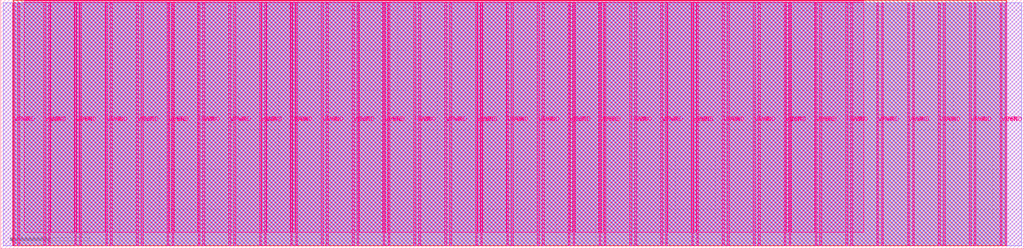
<source format=lef>
VERSION 5.7 ;
  NOWIREEXTENSIONATPIN ON ;
  DIVIDERCHAR "/" ;
  BUSBITCHARS "[]" ;
MACRO tt_um_urish_sic1
  CLASS BLOCK ;
  FOREIGN tt_um_urish_sic1 ;
  ORIGIN 0.000 0.000 ;
  SIZE 1289.280 BY 313.740 ;
  PIN VGND
    DIRECTION INOUT ;
    USE GROUND ;
    PORT
      LAYER Metal5 ;
        RECT 21.580 3.560 23.780 310.180 ;
    END
    PORT
      LAYER Metal5 ;
        RECT 60.450 3.560 62.650 310.180 ;
    END
    PORT
      LAYER Metal5 ;
        RECT 99.320 3.560 101.520 310.180 ;
    END
    PORT
      LAYER Metal5 ;
        RECT 138.190 3.560 140.390 310.180 ;
    END
    PORT
      LAYER Metal5 ;
        RECT 177.060 3.560 179.260 310.180 ;
    END
    PORT
      LAYER Metal5 ;
        RECT 215.930 3.560 218.130 310.180 ;
    END
    PORT
      LAYER Metal5 ;
        RECT 254.800 3.560 257.000 310.180 ;
    END
    PORT
      LAYER Metal5 ;
        RECT 293.670 3.560 295.870 310.180 ;
    END
    PORT
      LAYER Metal5 ;
        RECT 332.540 3.560 334.740 310.180 ;
    END
    PORT
      LAYER Metal5 ;
        RECT 371.410 3.560 373.610 310.180 ;
    END
    PORT
      LAYER Metal5 ;
        RECT 410.280 3.560 412.480 310.180 ;
    END
    PORT
      LAYER Metal5 ;
        RECT 449.150 3.560 451.350 310.180 ;
    END
    PORT
      LAYER Metal5 ;
        RECT 488.020 3.560 490.220 310.180 ;
    END
    PORT
      LAYER Metal5 ;
        RECT 526.890 3.560 529.090 310.180 ;
    END
    PORT
      LAYER Metal5 ;
        RECT 565.760 3.560 567.960 310.180 ;
    END
    PORT
      LAYER Metal5 ;
        RECT 604.630 3.560 606.830 310.180 ;
    END
    PORT
      LAYER Metal5 ;
        RECT 643.500 3.560 645.700 310.180 ;
    END
    PORT
      LAYER Metal5 ;
        RECT 682.370 3.560 684.570 310.180 ;
    END
    PORT
      LAYER Metal5 ;
        RECT 721.240 3.560 723.440 310.180 ;
    END
    PORT
      LAYER Metal5 ;
        RECT 760.110 3.560 762.310 310.180 ;
    END
    PORT
      LAYER Metal5 ;
        RECT 798.980 3.560 801.180 310.180 ;
    END
    PORT
      LAYER Metal5 ;
        RECT 837.850 3.560 840.050 310.180 ;
    END
    PORT
      LAYER Metal5 ;
        RECT 876.720 3.560 878.920 310.180 ;
    END
    PORT
      LAYER Metal5 ;
        RECT 915.590 3.560 917.790 310.180 ;
    END
    PORT
      LAYER Metal5 ;
        RECT 954.460 3.560 956.660 310.180 ;
    END
    PORT
      LAYER Metal5 ;
        RECT 993.330 3.560 995.530 310.180 ;
    END
    PORT
      LAYER Metal5 ;
        RECT 1032.200 3.560 1034.400 310.180 ;
    END
    PORT
      LAYER Metal5 ;
        RECT 1071.070 3.560 1073.270 310.180 ;
    END
    PORT
      LAYER Metal5 ;
        RECT 1109.940 3.560 1112.140 310.180 ;
    END
    PORT
      LAYER Metal5 ;
        RECT 1148.810 3.560 1151.010 310.180 ;
    END
    PORT
      LAYER Metal5 ;
        RECT 1187.680 3.560 1189.880 310.180 ;
    END
    PORT
      LAYER Metal5 ;
        RECT 1226.550 3.560 1228.750 310.180 ;
    END
    PORT
      LAYER Metal5 ;
        RECT 1265.420 3.560 1267.620 310.180 ;
    END
  END VGND
  PIN VPWR
    DIRECTION INOUT ;
    USE POWER ;
    PORT
      LAYER Metal5 ;
        RECT 15.380 3.560 17.580 310.180 ;
    END
    PORT
      LAYER Metal5 ;
        RECT 54.250 3.560 56.450 310.180 ;
    END
    PORT
      LAYER Metal5 ;
        RECT 93.120 3.560 95.320 310.180 ;
    END
    PORT
      LAYER Metal5 ;
        RECT 131.990 3.560 134.190 310.180 ;
    END
    PORT
      LAYER Metal5 ;
        RECT 170.860 3.560 173.060 310.180 ;
    END
    PORT
      LAYER Metal5 ;
        RECT 209.730 3.560 211.930 310.180 ;
    END
    PORT
      LAYER Metal5 ;
        RECT 248.600 3.560 250.800 310.180 ;
    END
    PORT
      LAYER Metal5 ;
        RECT 287.470 3.560 289.670 310.180 ;
    END
    PORT
      LAYER Metal5 ;
        RECT 326.340 3.560 328.540 310.180 ;
    END
    PORT
      LAYER Metal5 ;
        RECT 365.210 3.560 367.410 310.180 ;
    END
    PORT
      LAYER Metal5 ;
        RECT 404.080 3.560 406.280 310.180 ;
    END
    PORT
      LAYER Metal5 ;
        RECT 442.950 3.560 445.150 310.180 ;
    END
    PORT
      LAYER Metal5 ;
        RECT 481.820 3.560 484.020 310.180 ;
    END
    PORT
      LAYER Metal5 ;
        RECT 520.690 3.560 522.890 310.180 ;
    END
    PORT
      LAYER Metal5 ;
        RECT 559.560 3.560 561.760 310.180 ;
    END
    PORT
      LAYER Metal5 ;
        RECT 598.430 3.560 600.630 310.180 ;
    END
    PORT
      LAYER Metal5 ;
        RECT 637.300 3.560 639.500 310.180 ;
    END
    PORT
      LAYER Metal5 ;
        RECT 676.170 3.560 678.370 310.180 ;
    END
    PORT
      LAYER Metal5 ;
        RECT 715.040 3.560 717.240 310.180 ;
    END
    PORT
      LAYER Metal5 ;
        RECT 753.910 3.560 756.110 310.180 ;
    END
    PORT
      LAYER Metal5 ;
        RECT 792.780 3.560 794.980 310.180 ;
    END
    PORT
      LAYER Metal5 ;
        RECT 831.650 3.560 833.850 310.180 ;
    END
    PORT
      LAYER Metal5 ;
        RECT 870.520 3.560 872.720 310.180 ;
    END
    PORT
      LAYER Metal5 ;
        RECT 909.390 3.560 911.590 310.180 ;
    END
    PORT
      LAYER Metal5 ;
        RECT 948.260 3.560 950.460 310.180 ;
    END
    PORT
      LAYER Metal5 ;
        RECT 987.130 3.560 989.330 310.180 ;
    END
    PORT
      LAYER Metal5 ;
        RECT 1026.000 3.560 1028.200 310.180 ;
    END
    PORT
      LAYER Metal5 ;
        RECT 1064.870 3.560 1067.070 310.180 ;
    END
    PORT
      LAYER Metal5 ;
        RECT 1103.740 3.560 1105.940 310.180 ;
    END
    PORT
      LAYER Metal5 ;
        RECT 1142.610 3.560 1144.810 310.180 ;
    END
    PORT
      LAYER Metal5 ;
        RECT 1181.480 3.560 1183.680 310.180 ;
    END
    PORT
      LAYER Metal5 ;
        RECT 1220.350 3.560 1222.550 310.180 ;
    END
    PORT
      LAYER Metal5 ;
        RECT 1259.220 3.560 1261.420 310.180 ;
    END
  END VPWR
  PIN clk
    DIRECTION INPUT ;
    USE SIGNAL ;
    ANTENNAGATEAREA 3.863600 ;
    ANTENNADIFFAREA 12.092400 ;
    PORT
      LAYER Metal5 ;
        RECT 187.050 312.740 187.350 313.740 ;
    END
  END clk
  PIN ena
    DIRECTION INPUT ;
    USE SIGNAL ;
    PORT
      LAYER Metal5 ;
        RECT 190.890 312.740 191.190 313.740 ;
    END
  END ena
  PIN rst_n
    DIRECTION INPUT ;
    USE SIGNAL ;
    ANTENNAGATEAREA 0.314600 ;
    PORT
      LAYER Metal5 ;
        RECT 183.210 312.740 183.510 313.740 ;
    END
  END rst_n
  PIN ui_in[0]
    DIRECTION INPUT ;
    USE SIGNAL ;
    ANTENNAGATEAREA 0.314600 ;
    PORT
      LAYER Metal5 ;
        RECT 179.370 312.740 179.670 313.740 ;
    END
  END ui_in[0]
  PIN ui_in[1]
    DIRECTION INPUT ;
    USE SIGNAL ;
    ANTENNAGATEAREA 0.314600 ;
    PORT
      LAYER Metal5 ;
        RECT 175.530 312.740 175.830 313.740 ;
    END
  END ui_in[1]
  PIN ui_in[2]
    DIRECTION INPUT ;
    USE SIGNAL ;
    ANTENNAGATEAREA 0.314600 ;
    PORT
      LAYER Metal5 ;
        RECT 171.690 312.740 171.990 313.740 ;
    END
  END ui_in[2]
  PIN ui_in[3]
    DIRECTION INPUT ;
    USE SIGNAL ;
    ANTENNAGATEAREA 0.314600 ;
    PORT
      LAYER Metal5 ;
        RECT 167.850 312.740 168.150 313.740 ;
    END
  END ui_in[3]
  PIN ui_in[4]
    DIRECTION INPUT ;
    USE SIGNAL ;
    ANTENNAGATEAREA 0.314600 ;
    PORT
      LAYER Metal5 ;
        RECT 164.010 312.740 164.310 313.740 ;
    END
  END ui_in[4]
  PIN ui_in[5]
    DIRECTION INPUT ;
    USE SIGNAL ;
    ANTENNAGATEAREA 0.314600 ;
    PORT
      LAYER Metal5 ;
        RECT 160.170 312.740 160.470 313.740 ;
    END
  END ui_in[5]
  PIN ui_in[6]
    DIRECTION INPUT ;
    USE SIGNAL ;
    ANTENNAGATEAREA 0.314600 ;
    PORT
      LAYER Metal5 ;
        RECT 156.330 312.740 156.630 313.740 ;
    END
  END ui_in[6]
  PIN ui_in[7]
    DIRECTION INPUT ;
    USE SIGNAL ;
    ANTENNAGATEAREA 0.314600 ;
    PORT
      LAYER Metal5 ;
        RECT 152.490 312.740 152.790 313.740 ;
    END
  END ui_in[7]
  PIN uio_in[0]
    DIRECTION INPUT ;
    USE SIGNAL ;
    ANTENNAGATEAREA 0.314600 ;
    PORT
      LAYER Metal5 ;
        RECT 148.650 312.740 148.950 313.740 ;
    END
  END uio_in[0]
  PIN uio_in[1]
    DIRECTION INPUT ;
    USE SIGNAL ;
    PORT
      LAYER Metal5 ;
        RECT 144.810 312.740 145.110 313.740 ;
    END
  END uio_in[1]
  PIN uio_in[2]
    DIRECTION INPUT ;
    USE SIGNAL ;
    ANTENNAGATEAREA 3.863600 ;
    ANTENNADIFFAREA 12.092400 ;
    PORT
      LAYER Metal5 ;
        RECT 140.970 312.740 141.270 313.740 ;
    END
  END uio_in[2]
  PIN uio_in[3]
    DIRECTION INPUT ;
    USE SIGNAL ;
    ANTENNAGATEAREA 0.314600 ;
    PORT
      LAYER Metal5 ;
        RECT 137.130 312.740 137.430 313.740 ;
    END
  END uio_in[3]
  PIN uio_in[4]
    DIRECTION INPUT ;
    USE SIGNAL ;
    PORT
      LAYER Metal5 ;
        RECT 133.290 312.740 133.590 313.740 ;
    END
  END uio_in[4]
  PIN uio_in[5]
    DIRECTION INPUT ;
    USE SIGNAL ;
    PORT
      LAYER Metal5 ;
        RECT 129.450 312.740 129.750 313.740 ;
    END
  END uio_in[5]
  PIN uio_in[6]
    DIRECTION INPUT ;
    USE SIGNAL ;
    PORT
      LAYER Metal5 ;
        RECT 125.610 312.740 125.910 313.740 ;
    END
  END uio_in[6]
  PIN uio_in[7]
    DIRECTION INPUT ;
    USE SIGNAL ;
    PORT
      LAYER Metal5 ;
        RECT 121.770 312.740 122.070 313.740 ;
    END
  END uio_in[7]
  PIN uio_oe[0]
    DIRECTION OUTPUT ;
    USE SIGNAL ;
    ANTENNADIFFAREA 0.299200 ;
    PORT
      LAYER Metal5 ;
        RECT 56.490 312.740 56.790 313.740 ;
    END
  END uio_oe[0]
  PIN uio_oe[1]
    DIRECTION OUTPUT ;
    USE SIGNAL ;
    ANTENNADIFFAREA 0.392700 ;
    PORT
      LAYER Metal5 ;
        RECT 52.650 312.740 52.950 313.740 ;
    END
  END uio_oe[1]
  PIN uio_oe[2]
    DIRECTION OUTPUT ;
    USE SIGNAL ;
    ANTENNADIFFAREA 0.299200 ;
    PORT
      LAYER Metal5 ;
        RECT 48.810 312.740 49.110 313.740 ;
    END
  END uio_oe[2]
  PIN uio_oe[3]
    DIRECTION OUTPUT ;
    USE SIGNAL ;
    ANTENNADIFFAREA 0.299200 ;
    PORT
      LAYER Metal5 ;
        RECT 44.970 312.740 45.270 313.740 ;
    END
  END uio_oe[3]
  PIN uio_oe[4]
    DIRECTION OUTPUT ;
    USE SIGNAL ;
    ANTENNADIFFAREA 0.392700 ;
    PORT
      LAYER Metal5 ;
        RECT 41.130 312.740 41.430 313.740 ;
    END
  END uio_oe[4]
  PIN uio_oe[5]
    DIRECTION OUTPUT ;
    USE SIGNAL ;
    ANTENNADIFFAREA 0.299200 ;
    PORT
      LAYER Metal5 ;
        RECT 37.290 312.740 37.590 313.740 ;
    END
  END uio_oe[5]
  PIN uio_oe[6]
    DIRECTION OUTPUT ;
    USE SIGNAL ;
    ANTENNADIFFAREA 0.299200 ;
    PORT
      LAYER Metal5 ;
        RECT 33.450 312.740 33.750 313.740 ;
    END
  END uio_oe[6]
  PIN uio_oe[7]
    DIRECTION OUTPUT ;
    USE SIGNAL ;
    ANTENNADIFFAREA 0.299200 ;
    PORT
      LAYER Metal5 ;
        RECT 29.610 312.740 29.910 313.740 ;
    END
  END uio_oe[7]
  PIN uio_out[0]
    DIRECTION OUTPUT ;
    USE SIGNAL ;
    ANTENNADIFFAREA 0.299200 ;
    PORT
      LAYER Metal5 ;
        RECT 87.210 312.740 87.510 313.740 ;
    END
  END uio_out[0]
  PIN uio_out[1]
    DIRECTION OUTPUT ;
    USE SIGNAL ;
    ANTENNADIFFAREA 1.413600 ;
    PORT
      LAYER Metal5 ;
        RECT 83.370 312.740 83.670 313.740 ;
    END
  END uio_out[1]
  PIN uio_out[2]
    DIRECTION OUTPUT ;
    USE SIGNAL ;
    ANTENNADIFFAREA 0.299200 ;
    PORT
      LAYER Metal5 ;
        RECT 79.530 312.740 79.830 313.740 ;
    END
  END uio_out[2]
  PIN uio_out[3]
    DIRECTION OUTPUT ;
    USE SIGNAL ;
    ANTENNADIFFAREA 0.299200 ;
    PORT
      LAYER Metal5 ;
        RECT 75.690 312.740 75.990 313.740 ;
    END
  END uio_out[3]
  PIN uio_out[4]
    DIRECTION OUTPUT ;
    USE SIGNAL ;
    ANTENNADIFFAREA 1.413600 ;
    PORT
      LAYER Metal5 ;
        RECT 71.850 312.740 72.150 313.740 ;
    END
  END uio_out[4]
  PIN uio_out[5]
    DIRECTION OUTPUT ;
    USE SIGNAL ;
    ANTENNADIFFAREA 0.299200 ;
    PORT
      LAYER Metal5 ;
        RECT 68.010 312.740 68.310 313.740 ;
    END
  END uio_out[5]
  PIN uio_out[6]
    DIRECTION OUTPUT ;
    USE SIGNAL ;
    ANTENNADIFFAREA 0.299200 ;
    PORT
      LAYER Metal5 ;
        RECT 64.170 312.740 64.470 313.740 ;
    END
  END uio_out[6]
  PIN uio_out[7]
    DIRECTION OUTPUT ;
    USE SIGNAL ;
    ANTENNADIFFAREA 0.299200 ;
    PORT
      LAYER Metal5 ;
        RECT 60.330 312.740 60.630 313.740 ;
    END
  END uio_out[7]
  PIN uo_out[0]
    DIRECTION OUTPUT ;
    USE SIGNAL ;
    ANTENNAGATEAREA 0.109200 ;
    ANTENNADIFFAREA 0.632400 ;
    PORT
      LAYER Metal5 ;
        RECT 117.930 312.740 118.230 313.740 ;
    END
  END uo_out[0]
  PIN uo_out[1]
    DIRECTION OUTPUT ;
    USE SIGNAL ;
    ANTENNAGATEAREA 0.109200 ;
    ANTENNADIFFAREA 0.632400 ;
    PORT
      LAYER Metal5 ;
        RECT 114.090 312.740 114.390 313.740 ;
    END
  END uo_out[1]
  PIN uo_out[2]
    DIRECTION OUTPUT ;
    USE SIGNAL ;
    ANTENNAGATEAREA 0.109200 ;
    ANTENNADIFFAREA 0.632400 ;
    PORT
      LAYER Metal5 ;
        RECT 110.250 312.740 110.550 313.740 ;
    END
  END uo_out[2]
  PIN uo_out[3]
    DIRECTION OUTPUT ;
    USE SIGNAL ;
    ANTENNAGATEAREA 0.109200 ;
    ANTENNADIFFAREA 0.632400 ;
    PORT
      LAYER Metal5 ;
        RECT 106.410 312.740 106.710 313.740 ;
    END
  END uo_out[3]
  PIN uo_out[4]
    DIRECTION OUTPUT ;
    USE SIGNAL ;
    ANTENNAGATEAREA 0.109200 ;
    ANTENNADIFFAREA 0.632400 ;
    PORT
      LAYER Metal5 ;
        RECT 102.570 312.740 102.870 313.740 ;
    END
  END uo_out[4]
  PIN uo_out[5]
    DIRECTION OUTPUT ;
    USE SIGNAL ;
    ANTENNAGATEAREA 2.542800 ;
    ANTENNADIFFAREA 8.694000 ;
    PORT
      LAYER Metal5 ;
        RECT 98.730 312.740 99.030 313.740 ;
    END
  END uo_out[5]
  PIN uo_out[6]
    DIRECTION OUTPUT ;
    USE SIGNAL ;
    ANTENNAGATEAREA 0.109200 ;
    ANTENNADIFFAREA 0.632400 ;
    PORT
      LAYER Metal5 ;
        RECT 94.890 312.740 95.190 313.740 ;
    END
  END uo_out[6]
  PIN uo_out[7]
    DIRECTION OUTPUT ;
    USE SIGNAL ;
    ANTENNAGATEAREA 0.109200 ;
    ANTENNADIFFAREA 0.632400 ;
    PORT
      LAYER Metal5 ;
        RECT 91.050 312.740 91.350 313.740 ;
    END
  END uo_out[7]
  OBS
      LAYER GatPoly ;
        RECT 2.880 3.630 1286.400 310.110 ;
      LAYER Metal1 ;
        RECT 2.880 3.560 1286.400 310.180 ;
      LAYER Metal2 ;
        RECT 15.515 3.680 1267.485 310.060 ;
      LAYER Metal3 ;
        RECT 15.560 3.635 1267.440 313.465 ;
      LAYER Metal4 ;
        RECT 15.515 3.680 1267.485 313.420 ;
      LAYER Metal5 ;
        RECT 30.120 312.530 33.240 313.465 ;
        RECT 33.960 312.530 37.080 313.465 ;
        RECT 37.800 312.530 40.920 313.465 ;
        RECT 41.640 312.530 44.760 313.465 ;
        RECT 45.480 312.530 48.600 313.465 ;
        RECT 49.320 312.530 52.440 313.465 ;
        RECT 53.160 312.530 56.280 313.465 ;
        RECT 57.000 312.530 60.120 313.465 ;
        RECT 60.840 312.530 63.960 313.465 ;
        RECT 64.680 312.530 67.800 313.465 ;
        RECT 68.520 312.530 71.640 313.465 ;
        RECT 72.360 312.530 75.480 313.465 ;
        RECT 76.200 312.530 79.320 313.465 ;
        RECT 80.040 312.530 83.160 313.465 ;
        RECT 83.880 312.530 87.000 313.465 ;
        RECT 87.720 312.530 90.840 313.465 ;
        RECT 91.560 312.530 94.680 313.465 ;
        RECT 95.400 312.530 98.520 313.465 ;
        RECT 99.240 312.530 102.360 313.465 ;
        RECT 103.080 312.530 106.200 313.465 ;
        RECT 106.920 312.530 110.040 313.465 ;
        RECT 110.760 312.530 113.880 313.465 ;
        RECT 114.600 312.530 117.720 313.465 ;
        RECT 118.440 312.530 121.560 313.465 ;
        RECT 122.280 312.530 125.400 313.465 ;
        RECT 126.120 312.530 129.240 313.465 ;
        RECT 129.960 312.530 133.080 313.465 ;
        RECT 133.800 312.530 136.920 313.465 ;
        RECT 137.640 312.530 140.760 313.465 ;
        RECT 141.480 312.530 144.600 313.465 ;
        RECT 145.320 312.530 148.440 313.465 ;
        RECT 149.160 312.530 152.280 313.465 ;
        RECT 153.000 312.530 156.120 313.465 ;
        RECT 156.840 312.530 159.960 313.465 ;
        RECT 160.680 312.530 163.800 313.465 ;
        RECT 164.520 312.530 167.640 313.465 ;
        RECT 168.360 312.530 171.480 313.465 ;
        RECT 172.200 312.530 175.320 313.465 ;
        RECT 176.040 312.530 179.160 313.465 ;
        RECT 179.880 312.530 183.000 313.465 ;
        RECT 183.720 312.530 186.840 313.465 ;
        RECT 187.560 312.530 190.680 313.465 ;
        RECT 191.400 312.530 1087.300 313.465 ;
        RECT 29.660 310.390 1087.300 312.530 ;
        RECT 29.660 20.855 54.040 310.390 ;
        RECT 56.660 20.855 60.240 310.390 ;
        RECT 62.860 20.855 92.910 310.390 ;
        RECT 95.530 20.855 99.110 310.390 ;
        RECT 101.730 20.855 131.780 310.390 ;
        RECT 134.400 20.855 137.980 310.390 ;
        RECT 140.600 20.855 170.650 310.390 ;
        RECT 173.270 20.855 176.850 310.390 ;
        RECT 179.470 20.855 209.520 310.390 ;
        RECT 212.140 20.855 215.720 310.390 ;
        RECT 218.340 20.855 248.390 310.390 ;
        RECT 251.010 20.855 254.590 310.390 ;
        RECT 257.210 20.855 287.260 310.390 ;
        RECT 289.880 20.855 293.460 310.390 ;
        RECT 296.080 20.855 326.130 310.390 ;
        RECT 328.750 20.855 332.330 310.390 ;
        RECT 334.950 20.855 365.000 310.390 ;
        RECT 367.620 20.855 371.200 310.390 ;
        RECT 373.820 20.855 403.870 310.390 ;
        RECT 406.490 20.855 410.070 310.390 ;
        RECT 412.690 20.855 442.740 310.390 ;
        RECT 445.360 20.855 448.940 310.390 ;
        RECT 451.560 20.855 481.610 310.390 ;
        RECT 484.230 20.855 487.810 310.390 ;
        RECT 490.430 20.855 520.480 310.390 ;
        RECT 523.100 20.855 526.680 310.390 ;
        RECT 529.300 20.855 559.350 310.390 ;
        RECT 561.970 20.855 565.550 310.390 ;
        RECT 568.170 20.855 598.220 310.390 ;
        RECT 600.840 20.855 604.420 310.390 ;
        RECT 607.040 20.855 637.090 310.390 ;
        RECT 639.710 20.855 643.290 310.390 ;
        RECT 645.910 20.855 675.960 310.390 ;
        RECT 678.580 20.855 682.160 310.390 ;
        RECT 684.780 20.855 714.830 310.390 ;
        RECT 717.450 20.855 721.030 310.390 ;
        RECT 723.650 20.855 753.700 310.390 ;
        RECT 756.320 20.855 759.900 310.390 ;
        RECT 762.520 20.855 792.570 310.390 ;
        RECT 795.190 20.855 798.770 310.390 ;
        RECT 801.390 20.855 831.440 310.390 ;
        RECT 834.060 20.855 837.640 310.390 ;
        RECT 840.260 20.855 870.310 310.390 ;
        RECT 872.930 20.855 876.510 310.390 ;
        RECT 879.130 20.855 909.180 310.390 ;
        RECT 911.800 20.855 915.380 310.390 ;
        RECT 918.000 20.855 948.050 310.390 ;
        RECT 950.670 20.855 954.250 310.390 ;
        RECT 956.870 20.855 986.920 310.390 ;
        RECT 989.540 20.855 993.120 310.390 ;
        RECT 995.740 20.855 1025.790 310.390 ;
        RECT 1028.410 20.855 1031.990 310.390 ;
        RECT 1034.610 20.855 1064.660 310.390 ;
        RECT 1067.280 20.855 1070.860 310.390 ;
        RECT 1073.480 20.855 1087.300 310.390 ;
  END
END tt_um_urish_sic1
END LIBRARY


</source>
